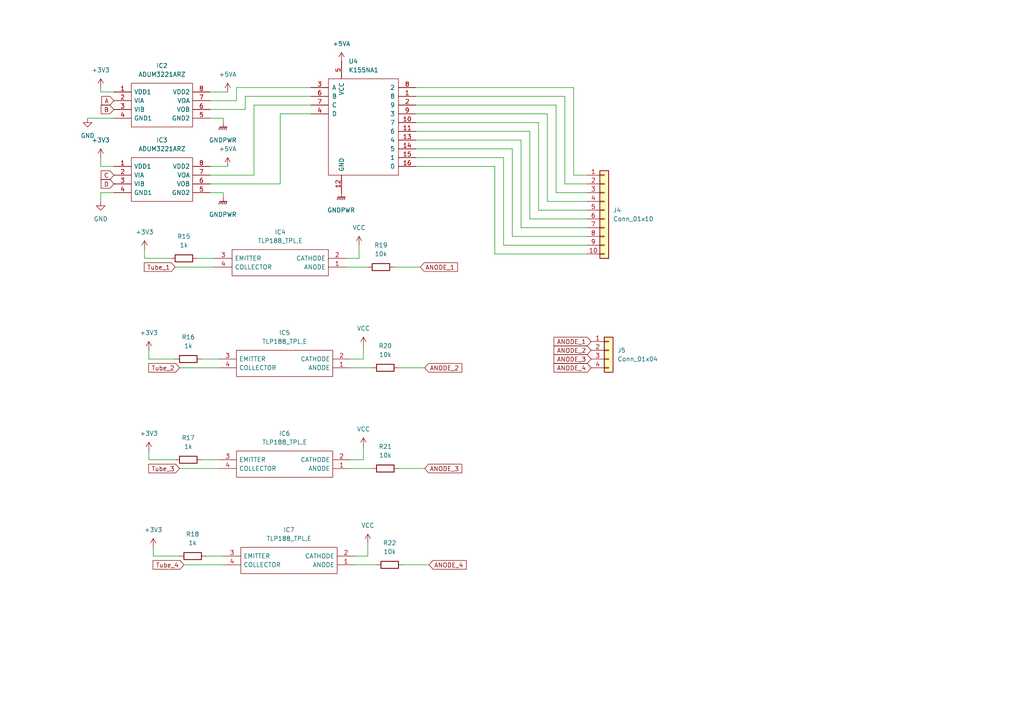
<source format=kicad_sch>
(kicad_sch (version 20211123) (generator eeschema)
  (paper "A4")
  (lib_symbols
    (symbol "ADUM3221ARZ:ADUM3221ARZ" (pin_names (offset 0.762))
      (property "Reference" "IC" (at 24.13 7.62 0))
      (property "Value" "ADUM3221ARZ" (at 24.13 5.08 0))
      (symbol "ADUM3221ARZ_0_0"
        (pin passive line (at 0 0 0) (length 5.08) (name "VDD1") (number "1"))
        (pin passive line (at 0 -2.54 0) (length 5.08) (name "VIA") (number "2"))
        (pin passive line (at 0 -5.08 0) (length 5.08) (name "VIB") (number "3"))
        (pin passive line (at 0 -7.62 0) (length 5.08) (name "GND1") (number "4"))
        (pin passive line (at 27.94 -7.62 180) (length 5.08) (name "GND2") (number "5"))
        (pin passive line (at 27.94 -5.08 180) (length 5.08) (name "VOB") (number "6"))
        (pin passive line (at 27.94 -2.54 180) (length 5.08) (name "VOA") (number "7"))
        (pin passive line (at 27.94 0 180) (length 5.08) (name "VDD2") (number "8"))
      )
      (symbol "ADUM3221ARZ_0_1"
        (polyline (pts (xy 5.08 2.54) (xy 22.86 2.54) (xy 22.86 -10.16) (xy 5.08 -10.16) (xy 5.08 2.54)) (stroke (width 0.1524)))
      )
    )
    (symbol "Connector_Generic:Conn_01x04" (pin_names (offset 1.016) hide)
      (property "Reference" "J" (at 0 5.08 0))
      (property "Value" "Conn_01x04" (at 0 -7.62 0))
      (symbol "Conn_01x04_1_1"
        (rectangle (start -1.27 -4.953) (end 0 -5.207) (stroke (width 0.1524)))
        (rectangle (start -1.27 -2.413) (end 0 -2.667) (stroke (width 0.1524)))
        (rectangle (start -1.27 0.127) (end 0 -0.127) (stroke (width 0.1524)))
        (rectangle (start -1.27 2.667) (end 0 2.413) (stroke (width 0.1524)))
        (rectangle (start -1.27 3.81) (end 1.27 -6.35) (stroke (width 0.254)) (fill (type background)))
        (pin passive line (at -5.08 2.54 0) (length 3.81) (name "Pin_1") (number "1"))
        (pin passive line (at -5.08 0 0) (length 3.81) (name "Pin_2") (number "2"))
        (pin passive line (at -5.08 -2.54 0) (length 3.81) (name "Pin_3") (number "3"))
        (pin passive line (at -5.08 -5.08 0) (length 3.81) (name "Pin_4") (number "4"))
      )
    )
    (symbol "Connector_Generic:Conn_01x10" (pin_names (offset 1.016) hide)
      (property "Reference" "J" (at 0 12.7 0))
      (property "Value" "Conn_01x10" (at 0 -15.24 0))
      (symbol "Conn_01x10_1_1"
        (rectangle (start -1.27 -12.573) (end 0 -12.827) (stroke (width 0.1524)))
        (rectangle (start -1.27 -10.033) (end 0 -10.287) (stroke (width 0.1524)))
        (rectangle (start -1.27 -7.493) (end 0 -7.747) (stroke (width 0.1524)))
        (rectangle (start -1.27 -4.953) (end 0 -5.207) (stroke (width 0.1524)))
        (rectangle (start -1.27 -2.413) (end 0 -2.667) (stroke (width 0.1524)))
        (rectangle (start -1.27 0.127) (end 0 -0.127) (stroke (width 0.1524)))
        (rectangle (start -1.27 2.667) (end 0 2.413) (stroke (width 0.1524)))
        (rectangle (start -1.27 5.207) (end 0 4.953) (stroke (width 0.1524)))
        (rectangle (start -1.27 7.747) (end 0 7.493) (stroke (width 0.1524)))
        (rectangle (start -1.27 10.287) (end 0 10.033) (stroke (width 0.1524)))
        (rectangle (start -1.27 11.43) (end 1.27 -13.97) (stroke (width 0.254)) (fill (type background)))
        (pin passive line (at -5.08 10.16 0) (length 3.81) (name "Pin_1") (number "1"))
        (pin passive line (at -5.08 -12.7 0) (length 3.81) (name "Pin_10") (number "10"))
        (pin passive line (at -5.08 7.62 0) (length 3.81) (name "Pin_2") (number "2"))
        (pin passive line (at -5.08 5.08 0) (length 3.81) (name "Pin_3") (number "3"))
        (pin passive line (at -5.08 2.54 0) (length 3.81) (name "Pin_4") (number "4"))
        (pin passive line (at -5.08 0 0) (length 3.81) (name "Pin_5") (number "5"))
        (pin passive line (at -5.08 -2.54 0) (length 3.81) (name "Pin_6") (number "6"))
        (pin passive line (at -5.08 -5.08 0) (length 3.81) (name "Pin_7") (number "7"))
        (pin passive line (at -5.08 -7.62 0) (length 3.81) (name "Pin_8") (number "8"))
        (pin passive line (at -5.08 -10.16 0) (length 3.81) (name "Pin_9") (number "9"))
      )
    )
    (symbol "Device:R" (pin_numbers hide) (pin_names (offset 0))
      (property "Reference" "R" (at 2.032 0 90))
      (property "Value" "R" (at 0 0 90))
      (symbol "R_0_1"
        (rectangle (start -1.016 -2.54) (end 1.016 2.54) (stroke (width 0.254)))
      )
      (symbol "R_1_1"
        (pin passive line (at 0 3.81 270) (length 1.27) (name "~") (number "1"))
        (pin passive line (at 0 -3.81 90) (length 1.27) (name "~") (number "2"))
      )
    )
    (symbol "NIXIE:K155NA1" (pin_names (offset 1.016))
      (property "Reference" "U" (at 3.81 15.24 0))
      (property "Value" "K155NA1" (at 0 -15.24 0))
      (symbol "K155NA1_0_1"
        (rectangle (start -10.16 -13.97) (end 10.16 13.97))
      )
      (symbol "K155NA1_1_1"
        (pin output line (at 15.24 8.89 180) (length 5.08) (name "8") (number "1"))
        (pin output line (at 15.24 1.27 180) (length 5.08) (name "7") (number "10"))
        (pin output line (at 15.24 -1.27 180) (length 5.08) (name "6") (number "11"))
        (pin power_in line (at -6.35 -19.05 90) (length 5.08) (name "GND") (number "12"))
        (pin output line (at 15.24 -3.81 180) (length 5.08) (name "4") (number "13"))
        (pin output line (at 15.24 -6.35 180) (length 5.08) (name "5") (number "14"))
        (pin output line (at 15.24 -8.89 180) (length 5.08) (name "1") (number "15"))
        (pin output line (at 15.24 -11.43 180) (length 5.08) (name "0") (number "16"))
        (pin output line (at 15.24 6.35 180) (length 5.08) (name "9") (number "2"))
        (pin input line (at -15.24 11.43 0) (length 5.08) (name "A") (number "3"))
        (pin input line (at -15.24 3.81 0) (length 5.08) (name "D") (number "4"))
        (pin power_in line (at -6.35 19.05 270) (length 5.08) (name "VCC") (number "5"))
        (pin input line (at -15.24 8.89 0) (length 5.08) (name "B") (number "6"))
        (pin input line (at -15.24 6.35 0) (length 5.08) (name "C") (number "7"))
        (pin output line (at 15.24 11.43 180) (length 5.08) (name "2") (number "8"))
        (pin output line (at 15.24 3.81 180) (length 5.08) (name "3") (number "9"))
      )
    )
    (symbol "TLP188_TPL_E:TLP188_TPL,E" (pin_names (offset 0.762))
      (property "Reference" "IC" (at 34.29 7.62 0))
      (property "Value" "TLP188_TPL,E" (at 34.29 5.08 0))
      (symbol "TLP188_TPL,E_0_0"
        (pin passive line (at 0 0 0) (length 5.08) (name "ANODE") (number "1"))
        (pin passive line (at 0 -2.54 0) (length 5.08) (name "CATHODE") (number "2"))
        (pin passive line (at 38.1 -2.54 180) (length 5.08) (name "EMITTER") (number "3"))
        (pin passive line (at 38.1 0 180) (length 5.08) (name "COLLECTOR") (number "4"))
      )
      (symbol "TLP188_TPL,E_0_1"
        (polyline (pts (xy 5.08 2.54) (xy 33.02 2.54) (xy 33.02 -5.08) (xy 5.08 -5.08) (xy 5.08 2.54)) (stroke (width 0.1524)))
      )
    )
    (symbol "power:+3V3" (power) (pin_names (offset 0))
      (property "Value" "+3V3" (at 0 3.556 0))
      (symbol "+3V3_0_1"
        (polyline (pts (xy -0.762 1.27) (xy 0 2.54)))
        (polyline (pts (xy 0 0) (xy 0 2.54)))
        (polyline (pts (xy 0 2.54) (xy 0.762 1.27)))
      )
      (symbol "+3V3_1_1"
        (pin power_in line (at 0 0 90) (length 0) hide (name "+3V3") (number "1"))
      )
    )
    (symbol "power:+5VA" (power) (pin_names (offset 0))
      (property "Value" "+5VA" (at 0 3.556 0))
      (symbol "+5VA_0_1"
        (polyline (pts (xy -0.762 1.27) (xy 0 2.54)))
        (polyline (pts (xy 0 0) (xy 0 2.54)))
        (polyline (pts (xy 0 2.54) (xy 0.762 1.27)))
      )
      (symbol "+5VA_1_1"
        (pin power_in line (at 0 0 90) (length 0) hide (name "+5VA") (number "1"))
      )
    )
    (symbol "power:GND" (power) (pin_names (offset 0))
      (property "Value" "GND" (at 0 -3.81 0))
      (symbol "GND_0_1"
        (polyline (pts (xy 0 0) (xy 0 -1.27) (xy 1.27 -1.27) (xy 0 -2.54) (xy -1.27 -1.27) (xy 0 -1.27)))
      )
      (symbol "GND_1_1"
        (pin power_in line (at 0 0 270) (length 0) hide (name "GND") (number "1"))
      )
    )
    (symbol "power:GNDPWR" (power) (pin_names (offset 0))
      (property "Value" "GNDPWR" (at 0 -3.302 0))
      (symbol "GNDPWR_0_1"
        (polyline (pts (xy 0 -1.27) (xy 0 0)))
        (polyline (pts (xy -1.016 -1.27) (xy -1.27 -2.032) (xy -1.27 -2.032)) (stroke (width 0.2032)))
        (polyline (pts (xy -0.508 -1.27) (xy -0.762 -2.032) (xy -0.762 -2.032)) (stroke (width 0.2032)))
        (polyline (pts (xy 0 -1.27) (xy -0.254 -2.032) (xy -0.254 -2.032)) (stroke (width 0.2032)))
        (polyline (pts (xy 0.508 -1.27) (xy 0.254 -2.032) (xy 0.254 -2.032)) (stroke (width 0.2032)))
        (polyline (pts (xy 1.016 -1.27) (xy -1.016 -1.27) (xy -1.016 -1.27)) (stroke (width 0.2032)))
        (polyline (pts (xy 1.016 -1.27) (xy 0.762 -2.032) (xy 0.762 -2.032) (xy 0.762 -2.032)) (stroke (width 0.2032)))
      )
      (symbol "GNDPWR_1_1"
        (pin power_in line (at 0 0 270) (length 0) hide (name "GNDPWR") (number "1"))
      )
    )
    (symbol "power:VCC" (power) (pin_names (offset 0))
      (property "Value" "VCC" (at 0 3.81 0))
      (symbol "VCC_0_1"
        (polyline (pts (xy -0.762 1.27) (xy 0 2.54)))
        (polyline (pts (xy 0 0) (xy 0 2.54)))
        (polyline (pts (xy 0 2.54) (xy 0.762 1.27)))
      )
      (symbol "VCC_1_1"
        (pin power_in line (at 0 0 90) (length 0) hide (name "VCC") (number "1"))
      )
    )
  )
  (wire (pts (xy 60.96 55.88) (xy 64.77 55.88)))
  (wire (pts (xy 120.65 40.64) (xy 151.13 40.64)))
  (wire (pts (xy 29.21 58.42) (xy 29.21 55.88)))
  (wire (pts (xy 64.77 55.88) (xy 64.77 57.15)))
  (wire (pts (xy 81.28 33.02) (xy 90.17 33.02)))
  (wire (pts (xy 120.65 27.94) (xy 163.83 27.94)))
  (wire (pts (xy 158.75 58.42) (xy 170.18 58.42)))
  (wire (pts (xy 143.51 48.26) (xy 143.51 73.66)))
  (wire (pts (xy 43.18 130.81) (xy 43.18 133.35)))
  (wire (pts (xy 156.21 60.96) (xy 170.18 60.96)))
  (wire (pts (xy 58.42 133.35) (xy 63.5 133.35)))
  (wire (pts (xy 60.96 29.21) (xy 68.58 29.21)))
  (wire (pts (xy 60.96 34.29) (xy 64.77 34.29)))
  (wire (pts (xy 146.05 45.72) (xy 146.05 71.12)))
  (wire (pts (xy 163.83 53.34) (xy 170.18 53.34)))
  (wire (pts (xy 29.21 45.72) (xy 29.21 48.26)))
  (wire (pts (xy 60.96 48.26) (xy 66.04 48.26)))
  (wire (pts (xy 101.6 106.68) (xy 107.95 106.68)))
  (wire (pts (xy 60.96 50.8) (xy 73.66 50.8)))
  (wire (pts (xy 105.41 104.14) (xy 105.41 100.33)))
  (wire (pts (xy 153.67 63.5) (xy 170.18 63.5)))
  (wire (pts (xy 81.28 53.34) (xy 81.28 33.02)))
  (wire (pts (xy 148.59 43.18) (xy 148.59 68.58)))
  (wire (pts (xy 166.37 25.4) (xy 166.37 50.8)))
  (wire (pts (xy 120.65 43.18) (xy 148.59 43.18)))
  (wire (pts (xy 101.6 133.35) (xy 105.41 133.35)))
  (wire (pts (xy 43.18 101.6) (xy 43.18 104.14)))
  (wire (pts (xy 59.69 161.29) (xy 64.77 161.29)))
  (wire (pts (xy 156.21 35.56) (xy 156.21 60.96)))
  (wire (pts (xy 101.6 104.14) (xy 105.41 104.14)))
  (wire (pts (xy 52.07 106.68) (xy 63.5 106.68)))
  (wire (pts (xy 105.41 133.35) (xy 105.41 129.54)))
  (wire (pts (xy 29.21 26.67) (xy 33.02 26.67)))
  (wire (pts (xy 52.07 135.89) (xy 63.5 135.89)))
  (wire (pts (xy 73.66 30.48) (xy 90.17 30.48)))
  (wire (pts (xy 161.29 30.48) (xy 161.29 55.88)))
  (wire (pts (xy 29.21 25.4) (xy 29.21 26.67)))
  (wire (pts (xy 71.12 27.94) (xy 90.17 27.94)))
  (wire (pts (xy 163.83 27.94) (xy 163.83 53.34)))
  (wire (pts (xy 151.13 66.04) (xy 170.18 66.04)))
  (wire (pts (xy 102.87 161.29) (xy 106.68 161.29)))
  (wire (pts (xy 143.51 73.66) (xy 170.18 73.66)))
  (wire (pts (xy 60.96 26.67) (xy 66.04 26.67)))
  (wire (pts (xy 25.4 34.29) (xy 33.02 34.29)))
  (wire (pts (xy 68.58 29.21) (xy 68.58 25.4)))
  (wire (pts (xy 151.13 40.64) (xy 151.13 66.04)))
  (wire (pts (xy 116.84 163.83) (xy 124.46 163.83)))
  (wire (pts (xy 44.45 161.29) (xy 52.07 161.29)))
  (wire (pts (xy 101.6 135.89) (xy 107.95 135.89)))
  (wire (pts (xy 100.33 74.93) (xy 104.14 74.93)))
  (wire (pts (xy 120.65 45.72) (xy 146.05 45.72)))
  (wire (pts (xy 106.68 161.29) (xy 106.68 157.48)))
  (wire (pts (xy 115.57 135.89) (xy 123.19 135.89)))
  (wire (pts (xy 64.77 34.29) (xy 64.77 35.56)))
  (wire (pts (xy 53.34 163.83) (xy 64.77 163.83)))
  (wire (pts (xy 58.42 104.14) (xy 63.5 104.14)))
  (wire (pts (xy 57.15 74.93) (xy 62.23 74.93)))
  (wire (pts (xy 100.33 77.47) (xy 106.68 77.47)))
  (wire (pts (xy 158.75 33.02) (xy 158.75 58.42)))
  (wire (pts (xy 41.91 74.93) (xy 49.53 74.93)))
  (wire (pts (xy 43.18 133.35) (xy 50.8 133.35)))
  (wire (pts (xy 115.57 106.68) (xy 123.19 106.68)))
  (wire (pts (xy 120.65 30.48) (xy 161.29 30.48)))
  (wire (pts (xy 120.65 38.1) (xy 153.67 38.1)))
  (wire (pts (xy 102.87 163.83) (xy 109.22 163.83)))
  (wire (pts (xy 104.14 74.93) (xy 104.14 71.12)))
  (wire (pts (xy 71.12 31.75) (xy 71.12 27.94)))
  (wire (pts (xy 120.65 48.26) (xy 143.51 48.26)))
  (wire (pts (xy 146.05 71.12) (xy 170.18 71.12)))
  (wire (pts (xy 29.21 48.26) (xy 33.02 48.26)))
  (wire (pts (xy 120.65 25.4) (xy 166.37 25.4)))
  (wire (pts (xy 73.66 50.8) (xy 73.66 30.48)))
  (wire (pts (xy 148.59 68.58) (xy 170.18 68.58)))
  (wire (pts (xy 114.3 77.47) (xy 121.92 77.47)))
  (wire (pts (xy 50.8 77.47) (xy 62.23 77.47)))
  (wire (pts (xy 161.29 55.88) (xy 170.18 55.88)))
  (wire (pts (xy 60.96 31.75) (xy 71.12 31.75)))
  (wire (pts (xy 60.96 53.34) (xy 81.28 53.34)))
  (wire (pts (xy 68.58 25.4) (xy 90.17 25.4)))
  (wire (pts (xy 153.67 38.1) (xy 153.67 63.5)))
  (wire (pts (xy 44.45 158.75) (xy 44.45 161.29)))
  (wire (pts (xy 120.65 35.56) (xy 156.21 35.56)))
  (wire (pts (xy 120.65 33.02) (xy 158.75 33.02)))
  (wire (pts (xy 166.37 50.8) (xy 170.18 50.8)))
  (wire (pts (xy 29.21 55.88) (xy 33.02 55.88)))
  (wire (pts (xy 43.18 104.14) (xy 50.8 104.14)))
  (wire (pts (xy 41.91 72.39) (xy 41.91 74.93)))
  (global_label "ANODE_1" (shape input) (at 121.92 77.47 0) (property "Intersheet References" "${INTERSHEET_REFS}" (effects hide)))
  (global_label "Tube_1" (shape input) (at 50.8 77.47 180) (property "Intersheet References" "${INTERSHEET_REFS}" (effects hide)))
  (global_label "ANODE_3" (shape input) (at 123.19 135.89 0) (property "Intersheet References" "${INTERSHEET_REFS}" (effects hide)))
  (global_label "ANODE_3" (shape input) (at 171.45 104.14 180) (property "Intersheet References" "${INTERSHEET_REFS}" (effects hide)))
  (global_label "Tube_4" (shape input) (at 53.34 163.83 180) (property "Intersheet References" "${INTERSHEET_REFS}" (effects hide)))
  (global_label "ANODE_2" (shape input) (at 171.45 101.6 180) (property "Intersheet References" "${INTERSHEET_REFS}" (effects hide)))
  (global_label "ANODE_4" (shape input) (at 124.46 163.83 0) (property "Intersheet References" "${INTERSHEET_REFS}" (effects hide)))
  (global_label "C" (shape input) (at 33.02 50.8 180) (property "Intersheet References" "${INTERSHEET_REFS}" (effects hide)))
  (global_label "Tube_3" (shape input) (at 52.07 135.89 180) (property "Intersheet References" "${INTERSHEET_REFS}" (effects hide)))
  (global_label "Tube_2" (shape input) (at 52.07 106.68 180) (property "Intersheet References" "${INTERSHEET_REFS}" (effects hide)))
  (global_label "ANODE_1" (shape input) (at 171.45 99.06 180) (property "Intersheet References" "${INTERSHEET_REFS}" (effects hide)))
  (global_label "ANODE_4" (shape input) (at 171.45 106.68 180) (property "Intersheet References" "${INTERSHEET_REFS}" (effects hide)))
  (global_label "A" (shape input) (at 33.02 29.21 180) (property "Intersheet References" "${INTERSHEET_REFS}" (effects hide)))
  (global_label "D" (shape input) (at 33.02 53.34 180) (property "Intersheet References" "${INTERSHEET_REFS}" (effects hide)))
  (global_label "ANODE_2" (shape input) (at 123.19 106.68 0) (property "Intersheet References" "${INTERSHEET_REFS}" (effects hide)))
  (global_label "B" (shape input) (at 33.02 31.75 180) (property "Intersheet References" "${INTERSHEET_REFS}" (effects hide)))
  (symbol (lib_id "TLP188_TPL_E:TLP188_TPL,E") (at 102.87 163.83 180) (unit 1)
    (property "Reference" "IC7" (at 83.82 153.67 0))
    (property "Value" "TLP188_TPL,E" (at 83.82 156.21 0))
    (property "Footprint" "TLP188:SOP254P700X220-4N" (effects hide))
    (property "Datasheet" "http://toshiba.semicon-storage.com/info/docget.jsp?did=13932&prodName=TLP188" (effects hide))
    (property "Description" "Transistor Output Optocouplers X36 PBF Transistor Cplr DC I/P VCEO350V" (effects hide))
    (property "Height" "2.2" (effects hide))
    (property "Manufacturer_Name" "Toshiba" (effects hide))
    (property "Manufacturer_Part_Number" "TLP188(TPL,E" (effects hide))
    (property "Mouser Part Number" "757-TLP188(TPLE" (effects hide))
    (property "Mouser Price/Stock" "https://www.mouser.co.uk/ProductDetail/Toshiba/TLP188TPLE?qs=HVbQlW5zcXVmqo5Az0Pkvg%3D%3D" (effects hide))
    (property "Arrow Part Number" "TLP188(TPL,E" (effects hide))
    (property "Arrow Price/Stock" "https://www.arrow.com/en/products/tlp188-tple/toshiba" (effects hide))
  )
  (symbol (lib_id "ADUM3221ARZ:ADUM3221ARZ") (at 33.02 48.26 0) (unit 1)
    (property "Reference" "IC3" (at 46.99 40.64 0))
    (property "Value" "ADUM3221ARZ" (at 46.99 43.18 0))
    (property "Footprint" "ADUM3221ARZ:SOIC127P600X175-8N" (effects hide))
    (property "Datasheet" "https://www.analog.com/media/en/technical-documentation/data-sheets/ADuM3220_3221.pdf" (effects hide))
    (property "Description" "Analog Devices ADUM3221ARZ PCB SMT Digital Isolator, 2500 V, 8-Pin SOIC N" (effects hide))
    (property "Height" "1.75" (effects hide))
    (property "Manufacturer_Name" "Analog Devices" (effects hide))
    (property "Manufacturer_Part_Number" "ADUM3221ARZ" (effects hide))
    (property "Mouser Part Number" "584-ADUM3221ARZ" (effects hide))
    (property "Mouser Price/Stock" "https://www.mouser.co.uk/ProductDetail/Analog-Devices/ADUM3221ARZ?qs=WIvQP4zGanj4w8f7RObJXQ%3D%3D" (effects hide))
    (property "Arrow Part Number" "ADUM3221ARZ" (effects hide))
    (property "Arrow Price/Stock" "https://www.arrow.com/en/products/adum3221arz/analog-devices?region=nac" (effects hide))
  )
  (symbol (lib_id "Device:R") (at 111.76 106.68 90) (unit 1)
    (property "Reference" "R20" (at 111.76 100.33 90))
    (property "Value" "10k" (at 111.76 102.87 90))
    (property "Footprint" "Resistor_SMD:R_0603_1608Metric_Pad0.98x0.95mm_HandSolder" (effects hide))
  )
  (symbol (lib_id "power:GNDPWR") (at 64.77 57.15 0) (unit 1)
    (property "Reference" "#PWR064" (effects hide))
    (property "Value" "GNDPWR" (at 64.643 62.23 0))
  )
  (symbol (lib_id "Device:R") (at 110.49 77.47 90) (unit 1)
    (property "Reference" "R19" (at 110.49 71.12 90))
    (property "Value" "10k" (at 110.49 73.66 90))
    (property "Footprint" "Resistor_SMD:R_0603_1608Metric_Pad0.98x0.95mm_HandSolder" (effects hide))
  )
  (symbol (lib_id "Device:R") (at 54.61 104.14 90) (unit 1)
    (property "Reference" "R16" (at 54.61 97.79 90))
    (property "Value" "1k" (at 54.61 100.33 90))
    (property "Footprint" "Resistor_SMD:R_0603_1608Metric_Pad0.98x0.95mm_HandSolder" (effects hide))
  )
  (symbol (lib_id "Device:R") (at 55.88 161.29 90) (unit 1)
    (property "Reference" "R18" (at 55.88 154.94 90))
    (property "Value" "1k" (at 55.88 157.48 90))
    (property "Footprint" "Resistor_SMD:R_0603_1608Metric_Pad0.98x0.95mm_HandSolder" (effects hide))
  )
  (symbol (lib_id "power:+3V3") (at 41.91 72.39 0) (unit 1)
    (property "Reference" "#PWR059" (effects hide))
    (property "Value" "+3V3" (at 41.91 67.31 0))
  )
  (symbol (lib_id "power:GNDPWR") (at 99.06 55.88 0) (unit 1)
    (property "Reference" "#PWR068" (effects hide))
    (property "Value" "GNDPWR" (at 98.933 60.96 0))
  )
  (symbol (lib_id "Connector_Generic:Conn_01x10") (at 175.26 60.96 0) (unit 1)
    (property "Reference" "J4" (at 177.8 60.9599 0) (effects (justify left)))
    (property "Value" "Conn_01x10" (at 177.8 63.4999 0) (effects (justify left)))
    (property "Footprint" "Connector_PinSocket_2.54mm:PinSocket_1x10_P2.54mm_Vertical" (effects hide))
  )
  (symbol (lib_id "power:+5VA") (at 99.06 17.78 0) (unit 1)
    (property "Reference" "#PWR067" (effects hide))
    (property "Value" "+5VA" (at 99.06 12.7 0))
  )
  (symbol (lib_id "power:GND") (at 25.4 34.29 0) (unit 1)
    (property "Reference" "#PWR055" (effects hide))
    (property "Value" "GND" (at 25.4 39.37 0))
  )
  (symbol (lib_id "TLP188_TPL_E:TLP188_TPL,E") (at 101.6 135.89 180) (unit 1)
    (property "Reference" "IC6" (at 82.55 125.73 0))
    (property "Value" "TLP188_TPL,E" (at 82.55 128.27 0))
    (property "Footprint" "TLP188:SOP254P700X220-4N" (effects hide))
    (property "Datasheet" "http://toshiba.semicon-storage.com/info/docget.jsp?did=13932&prodName=TLP188" (effects hide))
    (property "Description" "Transistor Output Optocouplers X36 PBF Transistor Cplr DC I/P VCEO350V" (effects hide))
    (property "Height" "2.2" (effects hide))
    (property "Manufacturer_Name" "Toshiba" (effects hide))
    (property "Manufacturer_Part_Number" "TLP188(TPL,E" (effects hide))
    (property "Mouser Part Number" "757-TLP188(TPLE" (effects hide))
    (property "Mouser Price/Stock" "https://www.mouser.co.uk/ProductDetail/Toshiba/TLP188TPLE?qs=HVbQlW5zcXVmqo5Az0Pkvg%3D%3D" (effects hide))
    (property "Arrow Part Number" "TLP188(TPL,E" (effects hide))
    (property "Arrow Price/Stock" "https://www.arrow.com/en/products/tlp188-tple/toshiba" (effects hide))
  )
  (symbol (lib_id "power:+3V3") (at 43.18 130.81 0) (unit 1)
    (property "Reference" "#PWR061" (effects hide))
    (property "Value" "+3V3" (at 43.18 125.73 0))
  )
  (symbol (lib_id "power:+3V3") (at 43.18 101.6 0) (unit 1)
    (property "Reference" "#PWR060" (effects hide))
    (property "Value" "+3V3" (at 43.18 96.52 0))
  )
  (symbol (lib_id "power:VCC") (at 104.14 71.12 0) (unit 1)
    (property "Reference" "#PWR069" (effects hide))
    (property "Value" "VCC" (at 104.14 66.04 0))
  )
  (symbol (lib_id "power:+3V3") (at 29.21 45.72 0) (unit 1)
    (property "Reference" "#PWR057" (effects hide))
    (property "Value" "+3V3" (at 29.21 40.64 0))
  )
  (symbol (lib_id "power:VCC") (at 105.41 129.54 0) (unit 1)
    (property "Reference" "#PWR071" (effects hide))
    (property "Value" "VCC" (at 105.41 124.46 0))
  )
  (symbol (lib_id "Connector_Generic:Conn_01x04") (at 176.53 101.6 0) (unit 1)
    (property "Reference" "J5" (at 179.07 101.5999 0) (effects (justify left)))
    (property "Value" "Conn_01x04" (at 179.07 104.1399 0) (effects (justify left)))
    (property "Footprint" "Connector_PinSocket_2.54mm:PinSocket_1x04_P2.54mm_Vertical" (effects hide))
  )
  (symbol (lib_id "power:+3V3") (at 29.21 25.4 0) (unit 1)
    (property "Reference" "#PWR056" (effects hide))
    (property "Value" "+3V3" (at 29.21 20.32 0))
  )
  (symbol (lib_id "power:+5VA") (at 66.04 26.67 0) (unit 1)
    (property "Reference" "#PWR065" (effects hide))
    (property "Value" "+5VA" (at 66.04 21.59 0))
  )
  (symbol (lib_id "NIXIE:K155NA1") (at 105.41 36.83 0) (unit 1)
    (property "Reference" "U4" (at 101.0794 17.78 0) (effects (justify left)))
    (property "Value" "K155NA1" (at 101.0794 20.32 0) (effects (justify left)))
    (property "Datasheet" "datasheets/k155na1.pdf" (effects hide))
  )
  (symbol (lib_id "Device:R") (at 54.61 133.35 90) (unit 1)
    (property "Reference" "R17" (at 54.61 127 90))
    (property "Value" "1k" (at 54.61 129.54 90))
    (property "Footprint" "Resistor_SMD:R_0603_1608Metric_Pad0.98x0.95mm_HandSolder" (effects hide))
  )
  (symbol (lib_id "power:+5VA") (at 66.04 48.26 0) (unit 1)
    (property "Reference" "#PWR066" (effects hide))
    (property "Value" "+5VA" (at 66.04 43.18 0))
  )
  (symbol (lib_id "power:GND") (at 29.21 58.42 0) (unit 1)
    (property "Reference" "#PWR058" (effects hide))
    (property "Value" "GND" (at 29.21 63.5 0))
  )
  (symbol (lib_id "TLP188_TPL_E:TLP188_TPL,E") (at 101.6 106.68 180) (unit 1)
    (property "Reference" "IC5" (at 82.55 96.52 0))
    (property "Value" "TLP188_TPL,E" (at 82.55 99.06 0))
    (property "Footprint" "TLP188:SOP254P700X220-4N" (effects hide))
    (property "Datasheet" "http://toshiba.semicon-storage.com/info/docget.jsp?did=13932&prodName=TLP188" (effects hide))
    (property "Description" "Transistor Output Optocouplers X36 PBF Transistor Cplr DC I/P VCEO350V" (effects hide))
    (property "Height" "2.2" (effects hide))
    (property "Manufacturer_Name" "Toshiba" (effects hide))
    (property "Manufacturer_Part_Number" "TLP188(TPL,E" (effects hide))
    (property "Mouser Part Number" "757-TLP188(TPLE" (effects hide))
    (property "Mouser Price/Stock" "https://www.mouser.co.uk/ProductDetail/Toshiba/TLP188TPLE?qs=HVbQlW5zcXVmqo5Az0Pkvg%3D%3D" (effects hide))
    (property "Arrow Part Number" "TLP188(TPL,E" (effects hide))
    (property "Arrow Price/Stock" "https://www.arrow.com/en/products/tlp188-tple/toshiba" (effects hide))
  )
  (symbol (lib_id "ADUM3221ARZ:ADUM3221ARZ") (at 33.02 26.67 0) (unit 1)
    (property "Reference" "IC2" (at 46.99 19.05 0))
    (property "Value" "ADUM3221ARZ" (at 46.99 21.59 0))
    (property "Footprint" "ADUM3221ARZ:SOIC127P600X175-8N" (effects hide))
    (property "Datasheet" "https://www.analog.com/media/en/technical-documentation/data-sheets/ADuM3220_3221.pdf" (effects hide))
    (property "Description" "Analog Devices ADUM3221ARZ PCB SMT Digital Isolator, 2500 V, 8-Pin SOIC N" (effects hide))
    (property "Height" "1.75" (effects hide))
    (property "Manufacturer_Name" "Analog Devices" (effects hide))
    (property "Manufacturer_Part_Number" "ADUM3221ARZ" (effects hide))
    (property "Mouser Part Number" "584-ADUM3221ARZ" (effects hide))
    (property "Mouser Price/Stock" "https://www.mouser.co.uk/ProductDetail/Analog-Devices/ADUM3221ARZ?qs=WIvQP4zGanj4w8f7RObJXQ%3D%3D" (effects hide))
    (property "Arrow Part Number" "ADUM3221ARZ" (effects hide))
    (property "Arrow Price/Stock" "https://www.arrow.com/en/products/adum3221arz/analog-devices?region=nac" (effects hide))
  )
  (symbol (lib_id "TLP188_TPL_E:TLP188_TPL,E") (at 100.33 77.47 180) (unit 1)
    (property "Reference" "IC4" (at 81.28 67.31 0))
    (property "Value" "TLP188_TPL,E" (at 81.28 69.85 0))
    (property "Footprint" "TLP188:SOP254P700X220-4N" (effects hide))
    (property "Datasheet" "http://toshiba.semicon-storage.com/info/docget.jsp?did=13932&prodName=TLP188" (effects hide))
    (property "Description" "Transistor Output Optocouplers X36 PBF Transistor Cplr DC I/P VCEO350V" (effects hide))
    (property "Height" "2.2" (effects hide))
    (property "Manufacturer_Name" "Toshiba" (effects hide))
    (property "Manufacturer_Part_Number" "TLP188(TPL,E" (effects hide))
    (property "Mouser Part Number" "757-TLP188(TPLE" (effects hide))
    (property "Mouser Price/Stock" "https://www.mouser.co.uk/ProductDetail/Toshiba/TLP188TPLE?qs=HVbQlW5zcXVmqo5Az0Pkvg%3D%3D" (effects hide))
    (property "Arrow Part Number" "TLP188(TPL,E" (effects hide))
    (property "Arrow Price/Stock" "https://www.arrow.com/en/products/tlp188-tple/toshiba" (effects hide))
  )
  (symbol (lib_id "power:GNDPWR") (at 64.77 35.56 0) (unit 1)
    (property "Reference" "#PWR063" (effects hide))
    (property "Value" "GNDPWR" (at 64.643 40.64 0))
  )
  (symbol (lib_id "Device:R") (at 53.34 74.93 90) (unit 1)
    (property "Reference" "R15" (at 53.34 68.58 90))
    (property "Value" "1k" (at 53.34 71.12 90))
    (property "Footprint" "Resistor_SMD:R_0603_1608Metric_Pad0.98x0.95mm_HandSolder" (effects hide))
  )
  (symbol (lib_id "power:VCC") (at 106.68 157.48 0) (unit 1)
    (property "Reference" "#PWR072" (effects hide))
    (property "Value" "VCC" (at 106.68 152.4 0))
  )
  (symbol (lib_id "Device:R") (at 111.76 135.89 90) (unit 1)
    (property "Reference" "R21" (at 111.76 129.54 90))
    (property "Value" "10k" (at 111.76 132.08 90))
    (property "Footprint" "Resistor_SMD:R_0603_1608Metric_Pad0.98x0.95mm_HandSolder" (effects hide))
  )
  (symbol (lib_id "Device:R") (at 113.03 163.83 90) (unit 1)
    (property "Reference" "R22" (at 113.03 157.48 90))
    (property "Value" "10k" (at 113.03 160.02 90))
    (property "Footprint" "Resistor_SMD:R_0603_1608Metric_Pad0.98x0.95mm_HandSolder" (effects hide))
  )
  (symbol (lib_id "power:VCC") (at 105.41 100.33 0) (unit 1)
    (property "Reference" "#PWR070" (effects hide))
    (property "Value" "VCC" (at 105.41 95.25 0))
  )
  (symbol (lib_id "power:+3V3") (at 44.45 158.75 0) (unit 1)
    (property "Reference" "#PWR062" (effects hide))
    (property "Value" "+3V3" (at 44.45 153.67 0))
  )
)
</source>
